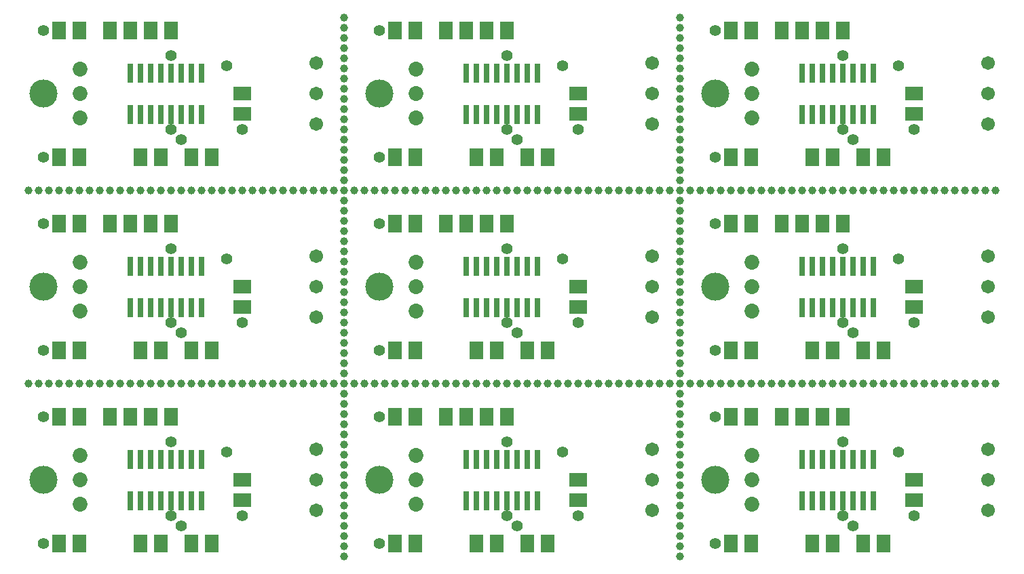
<source format=gts>
G04 EAGLE Gerber RS-274X export*
G75*
%MOMM*%
%FSLAX34Y34*%
%LPD*%
%INSoldermask Top*%
%IPPOS*%
%AMOC8*
5,1,8,0,0,1.08239X$1,22.5*%
G01*
%ADD10C,1.003200*%
%ADD11C,1.853200*%
%ADD12C,3.505200*%
%ADD13R,0.803200X2.403200*%
%ADD14R,1.727200X2.235200*%
%ADD15R,2.235200X1.727200*%
%ADD16C,1.703200*%
%ADD17C,1.409600*%


D10*
X19050Y234950D03*
X31750Y234950D03*
X44450Y234950D03*
X57150Y234950D03*
X69850Y234950D03*
X82550Y234950D03*
X95250Y234950D03*
X107950Y234950D03*
X120650Y234950D03*
X133350Y234950D03*
X146050Y234950D03*
X158750Y234950D03*
X171450Y234950D03*
X184150Y234950D03*
X196850Y234950D03*
X209550Y234950D03*
X222250Y234950D03*
X234950Y234950D03*
X247650Y234950D03*
X260350Y234950D03*
X273050Y234950D03*
X285750Y234950D03*
X298450Y234950D03*
X311150Y234950D03*
X323850Y234950D03*
X336550Y234950D03*
X349250Y234950D03*
X361950Y234950D03*
X374650Y234950D03*
X387350Y234950D03*
X400050Y234950D03*
X412750Y234950D03*
X425450Y234950D03*
X438150Y234950D03*
X450850Y234950D03*
X463550Y234950D03*
X476250Y234950D03*
X488950Y234950D03*
X501650Y234950D03*
X514350Y234950D03*
X527050Y234950D03*
X539750Y234950D03*
X552450Y234950D03*
X565150Y234950D03*
X577850Y234950D03*
X590550Y234950D03*
X603250Y234950D03*
X615950Y234950D03*
X628650Y234950D03*
X641350Y234950D03*
X654050Y234950D03*
X666750Y234950D03*
X679450Y234950D03*
X692150Y234950D03*
X704850Y234950D03*
X717550Y234950D03*
X730250Y234950D03*
X742950Y234950D03*
X755650Y234950D03*
X768350Y234950D03*
X781050Y234950D03*
X793750Y234950D03*
X806450Y234950D03*
X819150Y234950D03*
X831850Y234950D03*
X844550Y234950D03*
X857250Y234950D03*
X869950Y234950D03*
X882650Y234950D03*
X895350Y234950D03*
X908050Y234950D03*
X920750Y234950D03*
X933450Y234950D03*
X946150Y234950D03*
X958850Y234950D03*
X971550Y234950D03*
X984250Y234950D03*
X996950Y234950D03*
X1009650Y234950D03*
X1022350Y234950D03*
X1035050Y234950D03*
X1047750Y234950D03*
X1060450Y234950D03*
X1073150Y234950D03*
X1085850Y234950D03*
X1098550Y234950D03*
X1098550Y234950D03*
X1111250Y234950D03*
X1123950Y234950D03*
X1136650Y234950D03*
X1149350Y234950D03*
X1162050Y234950D03*
X1174750Y234950D03*
X1187450Y234950D03*
X1200150Y234950D03*
X1212850Y234950D03*
X1225550Y234950D03*
X19050Y476250D03*
X31750Y476250D03*
X44450Y476250D03*
X57150Y476250D03*
X69850Y476250D03*
X82550Y476250D03*
X95250Y476250D03*
X107950Y476250D03*
X120650Y476250D03*
X133350Y476250D03*
X146050Y476250D03*
X158750Y476250D03*
X171450Y476250D03*
X184150Y476250D03*
X196850Y476250D03*
X209550Y476250D03*
X222250Y476250D03*
X234950Y476250D03*
X247650Y476250D03*
X260350Y476250D03*
X273050Y476250D03*
X285750Y476250D03*
X298450Y476250D03*
X311150Y476250D03*
X323850Y476250D03*
X336550Y476250D03*
X349250Y476250D03*
X361950Y476250D03*
X374650Y476250D03*
X387350Y476250D03*
X400050Y476250D03*
X412750Y476250D03*
X425450Y476250D03*
X438150Y476250D03*
X450850Y476250D03*
X463550Y476250D03*
X476250Y476250D03*
X488950Y476250D03*
X501650Y476250D03*
X514350Y476250D03*
X527050Y476250D03*
X539750Y476250D03*
X552450Y476250D03*
X565150Y476250D03*
X577850Y476250D03*
X590550Y476250D03*
X603250Y476250D03*
X615950Y476250D03*
X628650Y476250D03*
X641350Y476250D03*
X654050Y476250D03*
X666750Y476250D03*
X679450Y476250D03*
X692150Y476250D03*
X704850Y476250D03*
X717550Y476250D03*
X730250Y476250D03*
X742950Y476250D03*
X755650Y476250D03*
X768350Y476250D03*
X781050Y476250D03*
X793750Y476250D03*
X806450Y476250D03*
X819150Y476250D03*
X831850Y476250D03*
X844550Y476250D03*
X857250Y476250D03*
X869950Y476250D03*
X882650Y476250D03*
X895350Y476250D03*
X908050Y476250D03*
X920750Y476250D03*
X933450Y476250D03*
X946150Y476250D03*
X958850Y476250D03*
X971550Y476250D03*
X984250Y476250D03*
X996950Y476250D03*
X1009650Y476250D03*
X1022350Y476250D03*
X1035050Y476250D03*
X1047750Y476250D03*
X1060450Y476250D03*
X1073150Y476250D03*
X1085850Y476250D03*
X1098550Y476250D03*
X1098550Y476250D03*
X1111250Y476250D03*
X1123950Y476250D03*
X1136650Y476250D03*
X1149350Y476250D03*
X1162050Y476250D03*
X1174750Y476250D03*
X1187450Y476250D03*
X1200150Y476250D03*
X1212850Y476250D03*
X1225550Y476250D03*
X412750Y692150D03*
X412750Y679450D03*
X412750Y666750D03*
X412750Y654050D03*
X412750Y641350D03*
X412750Y628650D03*
X412750Y615950D03*
X412750Y603250D03*
X412750Y590550D03*
X412750Y577850D03*
X412750Y565150D03*
X412750Y552450D03*
X412750Y539750D03*
X412750Y527050D03*
X412750Y514350D03*
X412750Y501650D03*
X412750Y488950D03*
X412750Y463550D03*
X412750Y450850D03*
X412750Y438150D03*
X412750Y425450D03*
X412750Y412750D03*
X412750Y400050D03*
X412750Y387350D03*
X412750Y374650D03*
X412750Y361950D03*
X412750Y349250D03*
X412750Y336550D03*
X412750Y323850D03*
X412750Y311150D03*
X412750Y298450D03*
X412750Y285750D03*
X412750Y273050D03*
X412750Y260350D03*
X412750Y247650D03*
X412750Y222250D03*
X412750Y209550D03*
X412750Y196850D03*
X412750Y184150D03*
X412750Y171450D03*
X412750Y158750D03*
X412750Y146050D03*
X412750Y133350D03*
X412750Y120650D03*
X412750Y107950D03*
X412750Y95250D03*
X412750Y82550D03*
X412750Y69850D03*
X412750Y57150D03*
X412750Y44450D03*
X412750Y31750D03*
X412750Y19050D03*
X831850Y692150D03*
X831850Y679450D03*
X831850Y666750D03*
X831850Y654050D03*
X831850Y641350D03*
X831850Y628650D03*
X831850Y615950D03*
X831850Y603250D03*
X831850Y590550D03*
X831850Y577850D03*
X831850Y565150D03*
X831850Y552450D03*
X831850Y539750D03*
X831850Y527050D03*
X831850Y514350D03*
X831850Y501650D03*
X831850Y488950D03*
X831850Y463550D03*
X831850Y450850D03*
X831850Y438150D03*
X831850Y425450D03*
X831850Y412750D03*
X831850Y400050D03*
X831850Y387350D03*
X831850Y374650D03*
X831850Y361950D03*
X831850Y349250D03*
X831850Y336550D03*
X831850Y323850D03*
X831850Y311150D03*
X831850Y298450D03*
X831850Y285750D03*
X831850Y273050D03*
X831850Y260350D03*
X831850Y247650D03*
X831850Y222250D03*
X831850Y209550D03*
X831850Y196850D03*
X831850Y184150D03*
X831850Y171450D03*
X831850Y158750D03*
X831850Y146050D03*
X831850Y133350D03*
X831850Y120650D03*
X831850Y107950D03*
X831850Y95250D03*
X831850Y82550D03*
X831850Y69850D03*
X831850Y57150D03*
X831850Y44450D03*
X831850Y31750D03*
X831850Y19050D03*
D11*
X83820Y114300D03*
X83820Y144780D03*
X83820Y83820D03*
D12*
X38100Y114300D03*
D13*
X222250Y140300D03*
X196850Y88300D03*
X234950Y140300D03*
X209550Y140300D03*
X196850Y140300D03*
X209550Y88300D03*
X184150Y88300D03*
X171450Y88300D03*
X171450Y140300D03*
X146050Y88300D03*
X184150Y140300D03*
X158750Y140300D03*
X158750Y88300D03*
X146050Y140300D03*
X222250Y88300D03*
X234950Y88300D03*
D14*
X82550Y193675D03*
X57150Y193675D03*
X82550Y34925D03*
X57150Y34925D03*
X171450Y193675D03*
X196850Y193675D03*
X120650Y193675D03*
X146050Y193675D03*
X222250Y34925D03*
X247650Y34925D03*
X158750Y34925D03*
X184150Y34925D03*
D15*
X285750Y114300D03*
X285750Y88900D03*
D11*
X83820Y355600D03*
X83820Y386080D03*
X83820Y325120D03*
D12*
X38100Y355600D03*
D13*
X222250Y381600D03*
X196850Y329600D03*
X234950Y381600D03*
X209550Y381600D03*
X196850Y381600D03*
X209550Y329600D03*
X184150Y329600D03*
X171450Y329600D03*
X171450Y381600D03*
X146050Y329600D03*
X184150Y381600D03*
X158750Y381600D03*
X158750Y329600D03*
X146050Y381600D03*
X222250Y329600D03*
X234950Y329600D03*
D14*
X82550Y434975D03*
X57150Y434975D03*
X82550Y276225D03*
X57150Y276225D03*
X171450Y434975D03*
X196850Y434975D03*
X120650Y434975D03*
X146050Y434975D03*
X222250Y276225D03*
X247650Y276225D03*
X158750Y276225D03*
X184150Y276225D03*
D15*
X285750Y355600D03*
X285750Y330200D03*
D11*
X83820Y596900D03*
X83820Y627380D03*
X83820Y566420D03*
D12*
X38100Y596900D03*
D13*
X222250Y622900D03*
X196850Y570900D03*
X234950Y622900D03*
X209550Y622900D03*
X196850Y622900D03*
X209550Y570900D03*
X184150Y570900D03*
X171450Y570900D03*
X171450Y622900D03*
X146050Y570900D03*
X184150Y622900D03*
X158750Y622900D03*
X158750Y570900D03*
X146050Y622900D03*
X222250Y570900D03*
X234950Y570900D03*
D14*
X82550Y676275D03*
X57150Y676275D03*
X82550Y517525D03*
X57150Y517525D03*
X171450Y676275D03*
X196850Y676275D03*
X120650Y676275D03*
X146050Y676275D03*
X222250Y517525D03*
X247650Y517525D03*
X158750Y517525D03*
X184150Y517525D03*
D15*
X285750Y596900D03*
X285750Y571500D03*
D11*
X502920Y596900D03*
X502920Y627380D03*
X502920Y566420D03*
D12*
X457200Y596900D03*
D13*
X641350Y622900D03*
X615950Y570900D03*
X654050Y622900D03*
X628650Y622900D03*
X615950Y622900D03*
X628650Y570900D03*
X603250Y570900D03*
X590550Y570900D03*
X590550Y622900D03*
X565150Y570900D03*
X603250Y622900D03*
X577850Y622900D03*
X577850Y570900D03*
X565150Y622900D03*
X641350Y570900D03*
X654050Y570900D03*
D14*
X501650Y676275D03*
X476250Y676275D03*
X501650Y517525D03*
X476250Y517525D03*
X590550Y676275D03*
X615950Y676275D03*
X539750Y676275D03*
X565150Y676275D03*
X641350Y517525D03*
X666750Y517525D03*
X577850Y517525D03*
X603250Y517525D03*
D15*
X704850Y596900D03*
X704850Y571500D03*
D11*
X502920Y355600D03*
X502920Y386080D03*
X502920Y325120D03*
D12*
X457200Y355600D03*
D13*
X641350Y381600D03*
X615950Y329600D03*
X654050Y381600D03*
X628650Y381600D03*
X615950Y381600D03*
X628650Y329600D03*
X603250Y329600D03*
X590550Y329600D03*
X590550Y381600D03*
X565150Y329600D03*
X603250Y381600D03*
X577850Y381600D03*
X577850Y329600D03*
X565150Y381600D03*
X641350Y329600D03*
X654050Y329600D03*
D14*
X501650Y434975D03*
X476250Y434975D03*
X501650Y276225D03*
X476250Y276225D03*
X590550Y434975D03*
X615950Y434975D03*
X539750Y434975D03*
X565150Y434975D03*
X641350Y276225D03*
X666750Y276225D03*
X577850Y276225D03*
X603250Y276225D03*
D15*
X704850Y355600D03*
X704850Y330200D03*
D11*
X502920Y114300D03*
X502920Y144780D03*
X502920Y83820D03*
D12*
X457200Y114300D03*
D13*
X641350Y140300D03*
X615950Y88300D03*
X654050Y140300D03*
X628650Y140300D03*
X615950Y140300D03*
X628650Y88300D03*
X603250Y88300D03*
X590550Y88300D03*
X590550Y140300D03*
X565150Y88300D03*
X603250Y140300D03*
X577850Y140300D03*
X577850Y88300D03*
X565150Y140300D03*
X641350Y88300D03*
X654050Y88300D03*
D14*
X501650Y193675D03*
X476250Y193675D03*
X501650Y34925D03*
X476250Y34925D03*
X590550Y193675D03*
X615950Y193675D03*
X539750Y193675D03*
X565150Y193675D03*
X641350Y34925D03*
X666750Y34925D03*
X577850Y34925D03*
X603250Y34925D03*
D15*
X704850Y114300D03*
X704850Y88900D03*
D11*
X922020Y596900D03*
X922020Y627380D03*
X922020Y566420D03*
D12*
X876300Y596900D03*
D13*
X1060450Y622900D03*
X1035050Y570900D03*
X1073150Y622900D03*
X1047750Y622900D03*
X1035050Y622900D03*
X1047750Y570900D03*
X1022350Y570900D03*
X1009650Y570900D03*
X1009650Y622900D03*
X984250Y570900D03*
X1022350Y622900D03*
X996950Y622900D03*
X996950Y570900D03*
X984250Y622900D03*
X1060450Y570900D03*
X1073150Y570900D03*
D14*
X920750Y676275D03*
X895350Y676275D03*
X920750Y517525D03*
X895350Y517525D03*
X1009650Y676275D03*
X1035050Y676275D03*
X958850Y676275D03*
X984250Y676275D03*
X1060450Y517525D03*
X1085850Y517525D03*
X996950Y517525D03*
X1022350Y517525D03*
D15*
X1123950Y596900D03*
X1123950Y571500D03*
D11*
X922020Y355600D03*
X922020Y386080D03*
X922020Y325120D03*
D12*
X876300Y355600D03*
D13*
X1060450Y381600D03*
X1035050Y329600D03*
X1073150Y381600D03*
X1047750Y381600D03*
X1035050Y381600D03*
X1047750Y329600D03*
X1022350Y329600D03*
X1009650Y329600D03*
X1009650Y381600D03*
X984250Y329600D03*
X1022350Y381600D03*
X996950Y381600D03*
X996950Y329600D03*
X984250Y381600D03*
X1060450Y329600D03*
X1073150Y329600D03*
D14*
X920750Y434975D03*
X895350Y434975D03*
X920750Y276225D03*
X895350Y276225D03*
X1009650Y434975D03*
X1035050Y434975D03*
X958850Y434975D03*
X984250Y434975D03*
X1060450Y276225D03*
X1085850Y276225D03*
X996950Y276225D03*
X1022350Y276225D03*
D15*
X1123950Y355600D03*
X1123950Y330200D03*
D11*
X922020Y114300D03*
X922020Y144780D03*
X922020Y83820D03*
D12*
X876300Y114300D03*
D13*
X1060450Y140300D03*
X1035050Y88300D03*
X1073150Y140300D03*
X1047750Y140300D03*
X1035050Y140300D03*
X1047750Y88300D03*
X1022350Y88300D03*
X1009650Y88300D03*
X1009650Y140300D03*
X984250Y88300D03*
X1022350Y140300D03*
X996950Y140300D03*
X996950Y88300D03*
X984250Y140300D03*
X1060450Y88300D03*
X1073150Y88300D03*
D14*
X920750Y193675D03*
X895350Y193675D03*
X920750Y34925D03*
X895350Y34925D03*
X1009650Y193675D03*
X1035050Y193675D03*
X958850Y193675D03*
X984250Y193675D03*
X1060450Y34925D03*
X1085850Y34925D03*
X996950Y34925D03*
X1022350Y34925D03*
D15*
X1123950Y114300D03*
X1123950Y88900D03*
D16*
X377825Y114300D03*
X377825Y152400D03*
D17*
X209550Y57150D03*
X196850Y161925D03*
D16*
X377825Y76200D03*
D17*
X196850Y69850D03*
X285750Y69850D03*
X38100Y193675D03*
X38100Y34925D03*
X266700Y149225D03*
D16*
X377825Y355600D03*
X377825Y393700D03*
D17*
X209550Y298450D03*
X196850Y403225D03*
D16*
X377825Y317500D03*
D17*
X196850Y311150D03*
X285750Y311150D03*
X38100Y434975D03*
X38100Y276225D03*
X266700Y390525D03*
D16*
X377825Y596900D03*
X377825Y635000D03*
D17*
X209550Y539750D03*
X196850Y644525D03*
D16*
X377825Y558800D03*
D17*
X196850Y552450D03*
X285750Y552450D03*
X38100Y676275D03*
X38100Y517525D03*
X266700Y631825D03*
D16*
X796925Y596900D03*
X796925Y635000D03*
D17*
X628650Y539750D03*
X615950Y644525D03*
D16*
X796925Y558800D03*
D17*
X615950Y552450D03*
X704850Y552450D03*
X457200Y676275D03*
X457200Y517525D03*
X685800Y631825D03*
D16*
X796925Y355600D03*
X796925Y393700D03*
D17*
X628650Y298450D03*
X615950Y403225D03*
D16*
X796925Y317500D03*
D17*
X615950Y311150D03*
X704850Y311150D03*
X457200Y434975D03*
X457200Y276225D03*
X685800Y390525D03*
D16*
X796925Y114300D03*
X796925Y152400D03*
D17*
X628650Y57150D03*
X615950Y161925D03*
D16*
X796925Y76200D03*
D17*
X615950Y69850D03*
X704850Y69850D03*
X457200Y193675D03*
X457200Y34925D03*
X685800Y149225D03*
D16*
X1216025Y596900D03*
X1216025Y635000D03*
D17*
X1047750Y539750D03*
X1035050Y644525D03*
D16*
X1216025Y558800D03*
D17*
X1035050Y552450D03*
X1123950Y552450D03*
X876300Y676275D03*
X876300Y517525D03*
X1104900Y631825D03*
D16*
X1216025Y355600D03*
X1216025Y393700D03*
D17*
X1047750Y298450D03*
X1035050Y403225D03*
D16*
X1216025Y317500D03*
D17*
X1035050Y311150D03*
X1123950Y311150D03*
X876300Y434975D03*
X876300Y276225D03*
X1104900Y390525D03*
D16*
X1216025Y114300D03*
X1216025Y152400D03*
D17*
X1047750Y57150D03*
X1035050Y161925D03*
D16*
X1216025Y76200D03*
D17*
X1035050Y69850D03*
X1123950Y69850D03*
X876300Y193675D03*
X876300Y34925D03*
X1104900Y149225D03*
M02*

</source>
